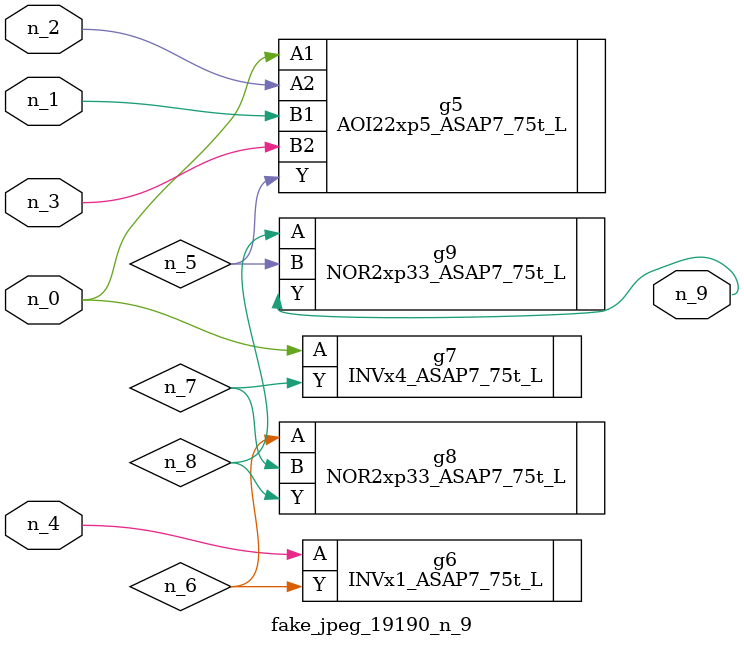
<source format=v>
module fake_jpeg_19190_n_9 (n_3, n_2, n_1, n_0, n_4, n_9);

input n_3;
input n_2;
input n_1;
input n_0;
input n_4;

output n_9;

wire n_8;
wire n_6;
wire n_5;
wire n_7;

AOI22xp5_ASAP7_75t_L g5 ( 
.A1(n_0),
.A2(n_2),
.B1(n_1),
.B2(n_3),
.Y(n_5)
);

INVx1_ASAP7_75t_L g6 ( 
.A(n_4),
.Y(n_6)
);

INVx4_ASAP7_75t_L g7 ( 
.A(n_0),
.Y(n_7)
);

NOR2xp33_ASAP7_75t_L g8 ( 
.A(n_6),
.B(n_7),
.Y(n_8)
);

NOR2xp33_ASAP7_75t_L g9 ( 
.A(n_8),
.B(n_5),
.Y(n_9)
);


endmodule
</source>
